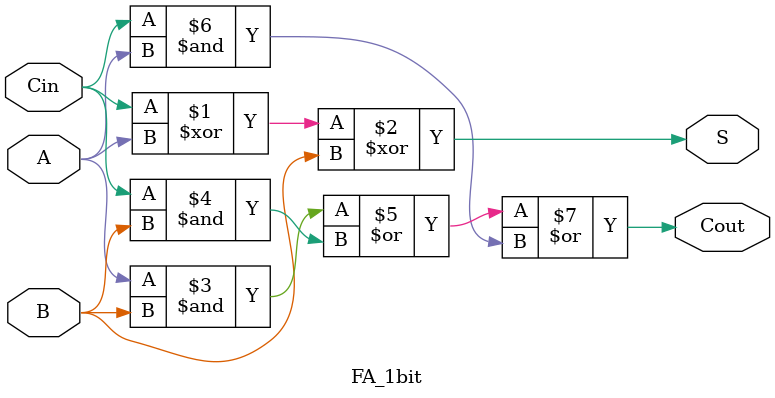
<source format=v>
module Substractor(A,B,Bin,S,Bout);
	input [7:0] A,B;
	input Bin;
	output [8:0] S;
	output Bout;
	wire [7:0] t;
	wire [8:0] tb;

	twoC com(B,tb);
	FA_1bit FA0(.A(A[0]), .B(tb[0]), .Cin(Bin), .S(S[0]), .Cout(t[0]));
	FA_1bit FA1(.A(A[1]), .B(tb[1]), .Cin(t[0]), .S(S[1]), .Cout(t[1]));
	FA_1bit FA2(.A(A[2]), .B(tb[2]), .Cin(t[1]), .S(S[2]), .Cout(t[2]));
	FA_1bit FA3(.A(A[3]), .B(tb[3]), .Cin(t[2]), .S(S[3]), .Cout(t[3]));
	FA_1bit FA4(.A(A[4]), .B(tb[4]), .Cin(t[3]), .S(S[4]), .Cout(t[4]));
	FA_1bit FA5(.A(A[5]), .B(tb[5]), .Cin(t[4]), .S(S[5]), .Cout(t[5]));
	FA_1bit FA6(.A(A[6]), .B(tb[6]), .Cin(t[5]), .S(S[6]), .Cout(t[6]));
	FA_1bit FA7(.A(A[7]), .B(tb[7]), .Cin(t[6]), .S(S[7]), .Cout(t[7]));
	FA_1bit FA8(.A(A[7]), .B(tb[8]), .Cin(t[7]), .S(S[8]), .Cout(Bout));
	
endmodule

//---------A 1-bit 2'complements---------//


module twoC(b,ans);
	input [7:0] b;
	output [8:0] ans;
	wire [7:0] t;
	assign ans[0]=b[0]^(1'b0);
	assign t[0]=ans[0];
	assign ans[1]=t[0]^b[1];
	assign t[1]=ans[1]|t[0];
	assign ans[2]=b[2]^t[1];
	assign t[2]=ans[2]|t[1];
	assign ans[3]=b[3]^t[2];
	assign t[3]=ans[3]|t[2];
	assign ans[4]=b[4]^t[3];
	assign t[4]=ans[4]|t[3];
	assign ans[5]=b[5]^t[4];
	assign t[5]=ans[5]|t[4];
	assign ans[6]=b[6]^t[5];
	assign t[6]=ans[6]|t[5];
	assign ans[7]=b[7]^t[6];
	assign t[7]=ans[7]|t[6];
	assign ans[8]=b[7]^t[7];
	
endmodule 
//----------A 1-bit full adder-----------//
module FA_1bit(A,B,Cin,S,Cout);
	input A, B,Cin;
	output S,Cout;

	assign S = Cin^A^B;
	assign Cout = (A&B)|(Cin&B)|(Cin&A);
endmodule 

</source>
